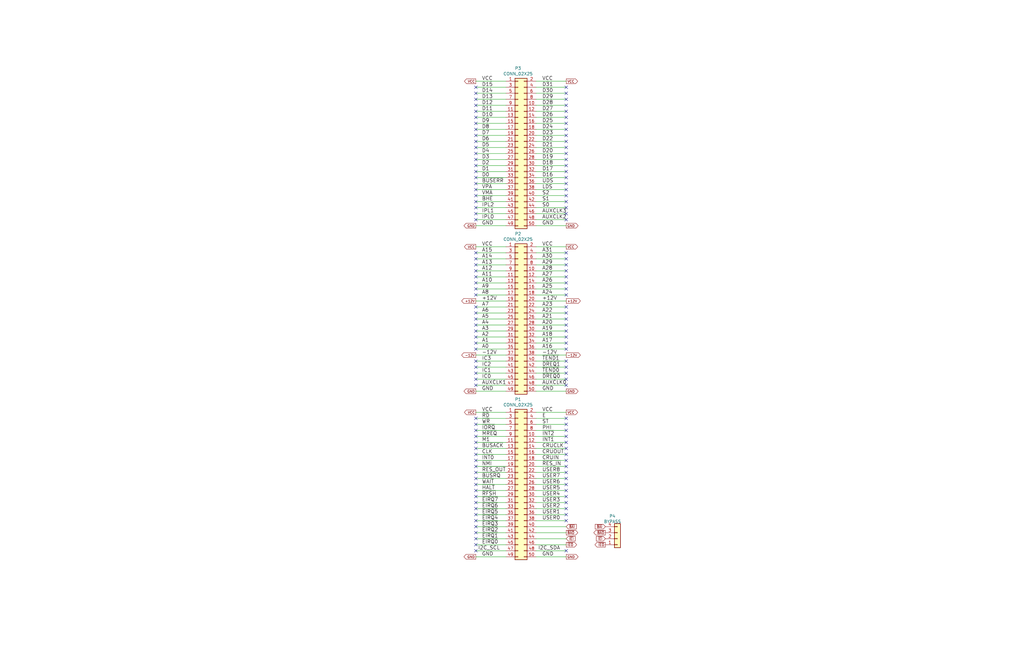
<source format=kicad_sch>
(kicad_sch (version 20211123) (generator eeschema)
  (paper "B")
  (lib_symbols
    (symbol "Connector_Generic:Conn_01x04" (pin_names (offset 1.016) hide)
      (property "Reference" "J" (at 0 5.08 0))
      (property "Value" "Conn_01x04" (at 0 -7.62 0))
      (symbol "Conn_01x04_1_1"
        (rectangle (start -1.27 -4.953) (end 0 -5.207) (stroke (width 0.1524)))
        (rectangle (start -1.27 -2.413) (end 0 -2.667) (stroke (width 0.1524)))
        (rectangle (start -1.27 0.127) (end 0 -0.127) (stroke (width 0.1524)))
        (rectangle (start -1.27 2.667) (end 0 2.413) (stroke (width 0.1524)))
        (rectangle (start -1.27 3.81) (end 1.27 -6.35) (stroke (width 0.254)) (fill (type background)))
        (pin passive line (at -5.08 2.54 0) (length 3.81) (name "Pin_1") (number "1"))
        (pin passive line (at -5.08 0 0) (length 3.81) (name "Pin_2") (number "2"))
        (pin passive line (at -5.08 -2.54 0) (length 3.81) (name "Pin_3") (number "3"))
        (pin passive line (at -5.08 -5.08 0) (length 3.81) (name "Pin_4") (number "4"))
      )
    )
    (symbol "Connector_Generic:Conn_02x25_Odd_Even" (pin_names (offset 1.016) hide)
      (property "Reference" "J" (at 1.27 33.02 0))
      (property "Value" "Conn_02x25_Odd_Even" (at 1.27 -33.02 0))
      (symbol "Conn_02x25_Odd_Even_1_1"
        (rectangle (start -1.27 -30.353) (end 0 -30.607) (stroke (width 0.1524)))
        (rectangle (start -1.27 -27.813) (end 0 -28.067) (stroke (width 0.1524)))
        (rectangle (start -1.27 -25.273) (end 0 -25.527) (stroke (width 0.1524)))
        (rectangle (start -1.27 -22.733) (end 0 -22.987) (stroke (width 0.1524)))
        (rectangle (start -1.27 -20.193) (end 0 -20.447) (stroke (width 0.1524)))
        (rectangle (start -1.27 -17.653) (end 0 -17.907) (stroke (width 0.1524)))
        (rectangle (start -1.27 -15.113) (end 0 -15.367) (stroke (width 0.1524)))
        (rectangle (start -1.27 -12.573) (end 0 -12.827) (stroke (width 0.1524)))
        (rectangle (start -1.27 -10.033) (end 0 -10.287) (stroke (width 0.1524)))
        (rectangle (start -1.27 -7.493) (end 0 -7.747) (stroke (width 0.1524)))
        (rectangle (start -1.27 -4.953) (end 0 -5.207) (stroke (width 0.1524)))
        (rectangle (start -1.27 -2.413) (end 0 -2.667) (stroke (width 0.1524)))
        (rectangle (start -1.27 0.127) (end 0 -0.127) (stroke (width 0.1524)))
        (rectangle (start -1.27 2.667) (end 0 2.413) (stroke (width 0.1524)))
        (rectangle (start -1.27 5.207) (end 0 4.953) (stroke (width 0.1524)))
        (rectangle (start -1.27 7.747) (end 0 7.493) (stroke (width 0.1524)))
        (rectangle (start -1.27 10.287) (end 0 10.033) (stroke (width 0.1524)))
        (rectangle (start -1.27 12.827) (end 0 12.573) (stroke (width 0.1524)))
        (rectangle (start -1.27 15.367) (end 0 15.113) (stroke (width 0.1524)))
        (rectangle (start -1.27 17.907) (end 0 17.653) (stroke (width 0.1524)))
        (rectangle (start -1.27 20.447) (end 0 20.193) (stroke (width 0.1524)))
        (rectangle (start -1.27 22.987) (end 0 22.733) (stroke (width 0.1524)))
        (rectangle (start -1.27 25.527) (end 0 25.273) (stroke (width 0.1524)))
        (rectangle (start -1.27 28.067) (end 0 27.813) (stroke (width 0.1524)))
        (rectangle (start -1.27 30.607) (end 0 30.353) (stroke (width 0.1524)))
        (rectangle (start -1.27 31.75) (end 3.81 -31.75) (stroke (width 0.254)) (fill (type background)))
        (rectangle (start 3.81 -30.353) (end 2.54 -30.607) (stroke (width 0.1524)))
        (rectangle (start 3.81 -27.813) (end 2.54 -28.067) (stroke (width 0.1524)))
        (rectangle (start 3.81 -25.273) (end 2.54 -25.527) (stroke (width 0.1524)))
        (rectangle (start 3.81 -22.733) (end 2.54 -22.987) (stroke (width 0.1524)))
        (rectangle (start 3.81 -20.193) (end 2.54 -20.447) (stroke (width 0.1524)))
        (rectangle (start 3.81 -17.653) (end 2.54 -17.907) (stroke (width 0.1524)))
        (rectangle (start 3.81 -15.113) (end 2.54 -15.367) (stroke (width 0.1524)))
        (rectangle (start 3.81 -12.573) (end 2.54 -12.827) (stroke (width 0.1524)))
        (rectangle (start 3.81 -10.033) (end 2.54 -10.287) (stroke (width 0.1524)))
        (rectangle (start 3.81 -7.493) (end 2.54 -7.747) (stroke (width 0.1524)))
        (rectangle (start 3.81 -4.953) (end 2.54 -5.207) (stroke (width 0.1524)))
        (rectangle (start 3.81 -2.413) (end 2.54 -2.667) (stroke (width 0.1524)))
        (rectangle (start 3.81 0.127) (end 2.54 -0.127) (stroke (width 0.1524)))
        (rectangle (start 3.81 2.667) (end 2.54 2.413) (stroke (width 0.1524)))
        (rectangle (start 3.81 5.207) (end 2.54 4.953) (stroke (width 0.1524)))
        (rectangle (start 3.81 7.747) (end 2.54 7.493) (stroke (width 0.1524)))
        (rectangle (start 3.81 10.287) (end 2.54 10.033) (stroke (width 0.1524)))
        (rectangle (start 3.81 12.827) (end 2.54 12.573) (stroke (width 0.1524)))
        (rectangle (start 3.81 15.367) (end 2.54 15.113) (stroke (width 0.1524)))
        (rectangle (start 3.81 17.907) (end 2.54 17.653) (stroke (width 0.1524)))
        (rectangle (start 3.81 20.447) (end 2.54 20.193) (stroke (width 0.1524)))
        (rectangle (start 3.81 22.987) (end 2.54 22.733) (stroke (width 0.1524)))
        (rectangle (start 3.81 25.527) (end 2.54 25.273) (stroke (width 0.1524)))
        (rectangle (start 3.81 28.067) (end 2.54 27.813) (stroke (width 0.1524)))
        (rectangle (start 3.81 30.607) (end 2.54 30.353) (stroke (width 0.1524)))
        (pin passive line (at -5.08 30.48 0) (length 3.81) (name "Pin_1") (number "1"))
        (pin passive line (at 7.62 20.32 180) (length 3.81) (name "Pin_10") (number "10"))
        (pin passive line (at -5.08 17.78 0) (length 3.81) (name "Pin_11") (number "11"))
        (pin passive line (at 7.62 17.78 180) (length 3.81) (name "Pin_12") (number "12"))
        (pin passive line (at -5.08 15.24 0) (length 3.81) (name "Pin_13") (number "13"))
        (pin passive line (at 7.62 15.24 180) (length 3.81) (name "Pin_14") (number "14"))
        (pin passive line (at -5.08 12.7 0) (length 3.81) (name "Pin_15") (number "15"))
        (pin passive line (at 7.62 12.7 180) (length 3.81) (name "Pin_16") (number "16"))
        (pin passive line (at -5.08 10.16 0) (length 3.81) (name "Pin_17") (number "17"))
        (pin passive line (at 7.62 10.16 180) (length 3.81) (name "Pin_18") (number "18"))
        (pin passive line (at -5.08 7.62 0) (length 3.81) (name "Pin_19") (number "19"))
        (pin passive line (at 7.62 30.48 180) (length 3.81) (name "Pin_2") (number "2"))
        (pin passive line (at 7.62 7.62 180) (length 3.81) (name "Pin_20") (number "20"))
        (pin passive line (at -5.08 5.08 0) (length 3.81) (name "Pin_21") (number "21"))
        (pin passive line (at 7.62 5.08 180) (length 3.81) (name "Pin_22") (number "22"))
        (pin passive line (at -5.08 2.54 0) (length 3.81) (name "Pin_23") (number "23"))
        (pin passive line (at 7.62 2.54 180) (length 3.81) (name "Pin_24") (number "24"))
        (pin passive line (at -5.08 0 0) (length 3.81) (name "Pin_25") (number "25"))
        (pin passive line (at 7.62 0 180) (length 3.81) (name "Pin_26") (number "26"))
        (pin passive line (at -5.08 -2.54 0) (length 3.81) (name "Pin_27") (number "27"))
        (pin passive line (at 7.62 -2.54 180) (length 3.81) (name "Pin_28") (number "28"))
        (pin passive line (at -5.08 -5.08 0) (length 3.81) (name "Pin_29") (number "29"))
        (pin passive line (at -5.08 27.94 0) (length 3.81) (name "Pin_3") (number "3"))
        (pin passive line (at 7.62 -5.08 180) (length 3.81) (name "Pin_30") (number "30"))
        (pin passive line (at -5.08 -7.62 0) (length 3.81) (name "Pin_31") (number "31"))
        (pin passive line (at 7.62 -7.62 180) (length 3.81) (name "Pin_32") (number "32"))
        (pin passive line (at -5.08 -10.16 0) (length 3.81) (name "Pin_33") (number "33"))
        (pin passive line (at 7.62 -10.16 180) (length 3.81) (name "Pin_34") (number "34"))
        (pin passive line (at -5.08 -12.7 0) (length 3.81) (name "Pin_35") (number "35"))
        (pin passive line (at 7.62 -12.7 180) (length 3.81) (name "Pin_36") (number "36"))
        (pin passive line (at -5.08 -15.24 0) (length 3.81) (name "Pin_37") (number "37"))
        (pin passive line (at 7.62 -15.24 180) (length 3.81) (name "Pin_38") (number "38"))
        (pin passive line (at -5.08 -17.78 0) (length 3.81) (name "Pin_39") (number "39"))
        (pin passive line (at 7.62 27.94 180) (length 3.81) (name "Pin_4") (number "4"))
        (pin passive line (at 7.62 -17.78 180) (length 3.81) (name "Pin_40") (number "40"))
        (pin passive line (at -5.08 -20.32 0) (length 3.81) (name "Pin_41") (number "41"))
        (pin passive line (at 7.62 -20.32 180) (length 3.81) (name "Pin_42") (number "42"))
        (pin passive line (at -5.08 -22.86 0) (length 3.81) (name "Pin_43") (number "43"))
        (pin passive line (at 7.62 -22.86 180) (length 3.81) (name "Pin_44") (number "44"))
        (pin passive line (at -5.08 -25.4 0) (length 3.81) (name "Pin_45") (number "45"))
        (pin passive line (at 7.62 -25.4 180) (length 3.81) (name "Pin_46") (number "46"))
        (pin passive line (at -5.08 -27.94 0) (length 3.81) (name "Pin_47") (number "47"))
        (pin passive line (at 7.62 -27.94 180) (length 3.81) (name "Pin_48") (number "48"))
        (pin passive line (at -5.08 -30.48 0) (length 3.81) (name "Pin_49") (number "49"))
        (pin passive line (at -5.08 25.4 0) (length 3.81) (name "Pin_5") (number "5"))
        (pin passive line (at 7.62 -30.48 180) (length 3.81) (name "Pin_50") (number "50"))
        (pin passive line (at 7.62 25.4 180) (length 3.81) (name "Pin_6") (number "6"))
        (pin passive line (at -5.08 22.86 0) (length 3.81) (name "Pin_7") (number "7"))
        (pin passive line (at 7.62 22.86 180) (length 3.81) (name "Pin_8") (number "8"))
        (pin passive line (at -5.08 20.32 0) (length 3.81) (name "Pin_9") (number "9"))
      )
    )
  )
  (no_connect (at 200.66 44.45))
  (no_connect (at 238.76 67.31))
  (no_connect (at 238.76 144.78))
  (no_connect (at 200.66 214.63))
  (no_connect (at 200.66 90.17))
  (no_connect (at 238.76 191.77))
  (no_connect (at 200.66 147.32))
  (no_connect (at 200.66 64.77))
  (no_connect (at 238.76 129.54))
  (no_connect (at 200.66 199.39))
  (no_connect (at 200.66 129.54))
  (no_connect (at 200.66 82.55))
  (no_connect (at 238.76 87.63))
  (no_connect (at 200.66 132.08))
  (no_connect (at 238.76 196.85))
  (no_connect (at 238.76 201.93))
  (no_connect (at 238.76 147.32))
  (no_connect (at 238.76 116.84))
  (no_connect (at 200.66 116.84))
  (no_connect (at 200.66 217.17))
  (no_connect (at 200.66 209.55))
  (no_connect (at 200.66 69.85))
  (no_connect (at 200.66 229.87))
  (no_connect (at 200.66 114.3))
  (no_connect (at 238.76 49.53))
  (no_connect (at 200.66 109.22))
  (no_connect (at 238.76 62.23))
  (no_connect (at 238.76 54.61))
  (no_connect (at 200.66 67.31))
  (no_connect (at 200.66 194.31))
  (no_connect (at 200.66 212.09))
  (no_connect (at 200.66 111.76))
  (no_connect (at 238.76 92.71))
  (no_connect (at 238.76 154.94))
  (no_connect (at 238.76 219.71))
  (no_connect (at 238.76 111.76))
  (no_connect (at 238.76 109.22))
  (no_connect (at 238.76 77.47))
  (no_connect (at 200.66 189.23))
  (no_connect (at 200.66 162.56))
  (no_connect (at 200.66 80.01))
  (no_connect (at 200.66 207.01))
  (no_connect (at 200.66 121.92))
  (no_connect (at 238.76 124.46))
  (no_connect (at 200.66 144.78))
  (no_connect (at 238.76 80.01))
  (no_connect (at 200.66 157.48))
  (no_connect (at 200.66 124.46))
  (no_connect (at 238.76 41.91))
  (no_connect (at 238.76 134.62))
  (no_connect (at 238.76 59.69))
  (no_connect (at 238.76 194.31))
  (no_connect (at 238.76 157.48))
  (no_connect (at 200.66 77.47))
  (no_connect (at 238.76 132.08))
  (no_connect (at 238.76 44.45))
  (no_connect (at 238.76 114.3))
  (no_connect (at 200.66 74.93))
  (no_connect (at 238.76 106.68))
  (no_connect (at 200.66 176.53))
  (no_connect (at 200.66 72.39))
  (no_connect (at 200.66 134.62))
  (no_connect (at 238.76 212.09))
  (no_connect (at 238.76 217.17))
  (no_connect (at 238.76 36.83))
  (no_connect (at 238.76 74.93))
  (no_connect (at 200.66 191.77))
  (no_connect (at 200.66 46.99))
  (no_connect (at 238.76 204.47))
  (no_connect (at 200.66 59.69))
  (no_connect (at 200.66 39.37))
  (no_connect (at 200.66 62.23))
  (no_connect (at 238.76 209.55))
  (no_connect (at 200.66 36.83))
  (no_connect (at 200.66 160.02))
  (no_connect (at 200.66 227.33))
  (no_connect (at 200.66 224.79))
  (no_connect (at 238.76 232.41))
  (no_connect (at 238.76 82.55))
  (no_connect (at 238.76 137.16))
  (no_connect (at 200.66 219.71))
  (no_connect (at 200.66 137.16))
  (no_connect (at 200.66 87.63))
  (no_connect (at 238.76 162.56))
  (no_connect (at 238.76 160.02))
  (no_connect (at 200.66 181.61))
  (no_connect (at 200.66 232.41))
  (no_connect (at 200.66 119.38))
  (no_connect (at 200.66 142.24))
  (no_connect (at 238.76 121.92))
  (no_connect (at 238.76 142.24))
  (no_connect (at 238.76 176.53))
  (no_connect (at 200.66 152.4))
  (no_connect (at 238.76 39.37))
  (no_connect (at 238.76 69.85))
  (no_connect (at 200.66 54.61))
  (no_connect (at 200.66 106.68))
  (no_connect (at 238.76 52.07))
  (no_connect (at 238.76 181.61))
  (no_connect (at 200.66 92.71))
  (no_connect (at 238.76 72.39))
  (no_connect (at 238.76 57.15))
  (no_connect (at 238.76 46.99))
  (no_connect (at 238.76 199.39))
  (no_connect (at 238.76 64.77))
  (no_connect (at 200.66 184.15))
  (no_connect (at 200.66 85.09))
  (no_connect (at 200.66 196.85))
  (no_connect (at 238.76 189.23))
  (no_connect (at 200.66 186.69))
  (no_connect (at 200.66 41.91))
  (no_connect (at 238.76 85.09))
  (no_connect (at 200.66 204.47))
  (no_connect (at 238.76 179.07))
  (no_connect (at 238.76 90.17))
  (no_connect (at 238.76 214.63))
  (no_connect (at 238.76 184.15))
  (no_connect (at 238.76 186.69))
  (no_connect (at 200.66 201.93))
  (no_connect (at 238.76 139.7))
  (no_connect (at 200.66 49.53))
  (no_connect (at 200.66 57.15))
  (no_connect (at 238.76 152.4))
  (no_connect (at 200.66 139.7))
  (no_connect (at 200.66 179.07))
  (no_connect (at 200.66 154.94))
  (no_connect (at 238.76 119.38))
  (no_connect (at 200.66 222.25))
  (no_connect (at 238.76 207.01))
  (no_connect (at 200.66 52.07))
  (wire (pts (xy 226.06 212.09) (xy 238.76 212.09)))
  (wire (pts (xy 226.06 124.46) (xy 238.76 124.46)))
  (wire (pts (xy 200.66 106.68) (xy 213.36 106.68)))
  (wire (pts (xy 226.06 119.38) (xy 238.76 119.38)))
  (wire (pts (xy 200.66 82.55) (xy 213.36 82.55)))
  (wire (pts (xy 238.76 179.07) (xy 226.06 179.07)))
  (wire (pts (xy 226.06 69.85) (xy 238.76 69.85)))
  (wire (pts (xy 213.36 154.94) (xy 200.66 154.94)))
  (wire (pts (xy 200.66 64.77) (xy 213.36 64.77)))
  (wire (pts (xy 226.06 54.61) (xy 238.76 54.61)))
  (wire (pts (xy 226.06 106.68) (xy 238.76 106.68)))
  (wire (pts (xy 200.66 173.99) (xy 213.36 173.99)))
  (wire (pts (xy 238.76 227.33) (xy 226.06 227.33)))
  (wire (pts (xy 200.66 69.85) (xy 213.36 69.85)))
  (wire (pts (xy 226.06 137.16) (xy 238.76 137.16)))
  (wire (pts (xy 200.66 129.54) (xy 213.36 129.54)))
  (wire (pts (xy 200.66 162.56) (xy 213.36 162.56)))
  (wire (pts (xy 226.06 199.39) (xy 238.76 199.39)))
  (wire (pts (xy 226.06 36.83) (xy 238.76 36.83)))
  (wire (pts (xy 226.06 82.55) (xy 238.76 82.55)))
  (wire (pts (xy 200.66 165.1) (xy 213.36 165.1)))
  (wire (pts (xy 238.76 184.15) (xy 226.06 184.15)))
  (wire (pts (xy 226.06 67.31) (xy 238.76 67.31)))
  (wire (pts (xy 200.66 137.16) (xy 213.36 137.16)))
  (wire (pts (xy 226.06 173.99) (xy 238.76 173.99)))
  (wire (pts (xy 200.66 127) (xy 213.36 127)))
  (wire (pts (xy 200.66 57.15) (xy 213.36 57.15)))
  (wire (pts (xy 226.06 152.4) (xy 238.76 152.4)))
  (wire (pts (xy 226.06 39.37) (xy 238.76 39.37)))
  (wire (pts (xy 238.76 189.23) (xy 226.06 189.23)))
  (wire (pts (xy 238.76 181.61) (xy 226.06 181.61)))
  (wire (pts (xy 226.06 191.77) (xy 238.76 191.77)))
  (wire (pts (xy 226.06 154.94) (xy 238.76 154.94)))
  (wire (pts (xy 200.66 124.46) (xy 213.36 124.46)))
  (wire (pts (xy 200.66 196.85) (xy 213.36 196.85)))
  (wire (pts (xy 200.66 34.29) (xy 213.36 34.29)))
  (wire (pts (xy 226.06 207.01) (xy 238.76 207.01)))
  (wire (pts (xy 226.06 114.3) (xy 238.76 114.3)))
  (wire (pts (xy 226.06 214.63) (xy 238.76 214.63)))
  (wire (pts (xy 226.06 52.07) (xy 238.76 52.07)))
  (wire (pts (xy 226.06 162.56) (xy 238.76 162.56)))
  (wire (pts (xy 200.66 214.63) (xy 213.36 214.63)))
  (wire (pts (xy 238.76 186.69) (xy 226.06 186.69)))
  (wire (pts (xy 200.66 184.15) (xy 213.36 184.15)))
  (wire (pts (xy 200.66 67.31) (xy 213.36 67.31)))
  (wire (pts (xy 200.66 179.07) (xy 213.36 179.07)))
  (wire (pts (xy 200.66 72.39) (xy 213.36 72.39)))
  (wire (pts (xy 200.66 92.71) (xy 213.36 92.71)))
  (wire (pts (xy 200.66 224.79) (xy 213.36 224.79)))
  (wire (pts (xy 200.66 132.08) (xy 213.36 132.08)))
  (wire (pts (xy 200.66 209.55) (xy 213.36 209.55)))
  (wire (pts (xy 200.66 87.63) (xy 213.36 87.63)))
  (wire (pts (xy 200.66 111.76) (xy 213.36 111.76)))
  (wire (pts (xy 226.06 142.24) (xy 238.76 142.24)))
  (wire (pts (xy 200.66 229.87) (xy 213.36 229.87)))
  (wire (pts (xy 226.06 219.71) (xy 238.76 219.71)))
  (wire (pts (xy 200.66 80.01) (xy 213.36 80.01)))
  (wire (pts (xy 200.66 77.47) (xy 213.36 77.47)))
  (wire (pts (xy 238.76 229.87) (xy 226.06 229.87)))
  (wire (pts (xy 226.06 139.7) (xy 238.76 139.7)))
  (wire (pts (xy 226.06 134.62) (xy 238.76 134.62)))
  (wire (pts (xy 200.66 116.84) (xy 213.36 116.84)))
  (wire (pts (xy 200.66 194.31) (xy 213.36 194.31)))
  (wire (pts (xy 226.06 34.29) (xy 238.76 34.29)))
  (wire (pts (xy 238.76 222.25) (xy 226.06 222.25)))
  (wire (pts (xy 226.06 116.84) (xy 238.76 116.84)))
  (wire (pts (xy 200.66 207.01) (xy 213.36 207.01)))
  (wire (pts (xy 226.06 121.92) (xy 238.76 121.92)))
  (wire (pts (xy 200.66 186.69) (xy 213.36 186.69)))
  (wire (pts (xy 226.06 104.14) (xy 238.76 104.14)))
  (wire (pts (xy 200.66 199.39) (xy 213.36 199.39)))
  (wire (pts (xy 226.06 149.86) (xy 238.76 149.86)))
  (wire (pts (xy 200.66 46.99) (xy 213.36 46.99)))
  (wire (pts (xy 200.66 149.86) (xy 213.36 149.86)))
  (wire (pts (xy 200.66 90.17) (xy 213.36 90.17)))
  (wire (pts (xy 226.06 147.32) (xy 238.76 147.32)))
  (wire (pts (xy 200.66 121.92) (xy 213.36 121.92)))
  (wire (pts (xy 200.66 119.38) (xy 213.36 119.38)))
  (wire (pts (xy 226.06 165.1) (xy 238.76 165.1)))
  (wire (pts (xy 200.66 74.93) (xy 213.36 74.93)))
  (wire (pts (xy 200.66 142.24) (xy 213.36 142.24)))
  (wire (pts (xy 226.06 201.93) (xy 238.76 201.93)))
  (wire (pts (xy 200.66 85.09) (xy 213.36 85.09)))
  (wire (pts (xy 226.06 62.23) (xy 238.76 62.23)))
  (wire (pts (xy 213.36 157.48) (xy 200.66 157.48)))
  (wire (pts (xy 226.06 127) (xy 238.76 127)))
  (wire (pts (xy 200.66 181.61) (xy 213.36 181.61)))
  (wire (pts (xy 226.06 157.48) (xy 238.76 157.48)))
  (wire (pts (xy 200.66 39.37) (xy 213.36 39.37)))
  (wire (pts (xy 200.66 52.07) (xy 213.36 52.07)))
  (wire (pts (xy 200.66 49.53) (xy 213.36 49.53)))
  (wire (pts (xy 200.66 219.71) (xy 213.36 219.71)))
  (wire (pts (xy 226.06 46.99) (xy 238.76 46.99)))
  (wire (pts (xy 226.06 77.47) (xy 238.76 77.47)))
  (wire (pts (xy 200.66 44.45) (xy 213.36 44.45)))
  (wire (pts (xy 238.76 224.79) (xy 226.06 224.79)))
  (wire (pts (xy 226.06 44.45) (xy 238.76 44.45)))
  (wire (pts (xy 200.66 59.69) (xy 213.36 59.69)))
  (wire (pts (xy 200.66 95.25) (xy 213.36 95.25)))
  (wire (pts (xy 226.06 109.22) (xy 238.76 109.22)))
  (wire (pts (xy 226.06 85.09) (xy 238.76 85.09)))
  (wire (pts (xy 226.06 234.95) (xy 238.76 234.95)))
  (wire (pts (xy 226.06 80.01) (xy 238.76 80.01)))
  (wire (pts (xy 226.06 87.63) (xy 238.76 87.63)))
  (wire (pts (xy 226.06 95.25) (xy 238.76 95.25)))
  (wire (pts (xy 200.66 134.62) (xy 213.36 134.62)))
  (wire (pts (xy 226.06 144.78) (xy 238.76 144.78)))
  (wire (pts (xy 226.06 41.91) (xy 238.76 41.91)))
  (wire (pts (xy 200.66 114.3) (xy 213.36 114.3)))
  (wire (pts (xy 200.66 147.32) (xy 213.36 147.32)))
  (wire (pts (xy 213.36 160.02) (xy 200.66 160.02)))
  (wire (pts (xy 200.66 217.17) (xy 213.36 217.17)))
  (wire (pts (xy 226.06 196.85) (xy 238.76 196.85)))
  (wire (pts (xy 226.06 74.93) (xy 238.76 74.93)))
  (wire (pts (xy 226.06 194.31) (xy 238.76 194.31)))
  (wire (pts (xy 238.76 176.53) (xy 226.06 176.53)))
  (wire (pts (xy 226.06 209.55) (xy 238.76 209.55)))
  (wire (pts (xy 226.06 59.69) (xy 238.76 59.69)))
  (wire (pts (xy 226.06 129.54) (xy 238.76 129.54)))
  (wire (pts (xy 200.66 189.23) (xy 213.36 189.23)))
  (wire (pts (xy 238.76 90.17) (xy 226.06 90.17)))
  (wire (pts (xy 213.36 232.41) (xy 200.66 232.41)))
  (wire (pts (xy 200.66 62.23) (xy 213.36 62.23)))
  (wire (pts (xy 226.06 217.17) (xy 238.76 217.17)))
  (wire (pts (xy 200.66 41.91) (xy 213.36 41.91)))
  (wire (pts (xy 238.76 232.41) (xy 226.06 232.41)))
  (wire (pts (xy 200.66 204.47) (xy 213.36 204.47)))
  (wire (pts (xy 200.66 201.93) (xy 213.36 201.93)))
  (wire (pts (xy 226.06 111.76) (xy 238.76 111.76)))
  (wire (pts (xy 213.36 152.4) (xy 200.66 152.4)))
  (wire (pts (xy 226.06 49.53) (xy 238.76 49.53)))
  (wire (pts (xy 226.06 72.39) (xy 238.76 72.39)))
  (wire (pts (xy 200.66 191.77) (xy 213.36 191.77)))
  (wire (pts (xy 226.06 204.47) (xy 238.76 204.47)))
  (wire (pts (xy 200.66 139.7) (xy 213.36 139.7)))
  (wire (pts (xy 200.66 54.61) (xy 213.36 54.61)))
  (wire (pts (xy 200.66 222.25) (xy 213.36 222.25)))
  (wire (pts (xy 200.66 104.14) (xy 213.36 104.14)))
  (wire (pts (xy 200.66 212.09) (xy 213.36 212.09)))
  (wire (pts (xy 226.06 57.15) (xy 238.76 57.15)))
  (wire (pts (xy 200.66 227.33) (xy 213.36 227.33)))
  (wire (pts (xy 200.66 109.22) (xy 213.36 109.22)))
  (wire (pts (xy 226.06 64.77) (xy 238.76 64.77)))
  (wire (pts (xy 226.06 132.08) (xy 238.76 132.08)))
  (wire (pts (xy 200.66 234.95) (xy 213.36 234.95)))
  (wire (pts (xy 200.66 176.53) (xy 213.36 176.53)))
  (wire (pts (xy 226.06 160.02) (xy 238.76 160.02)))
  (wire (pts (xy 200.66 36.83) (xy 213.36 36.83)))
  (wire (pts (xy 200.66 144.78) (xy 213.36 144.78)))
  (wire (pts (xy 226.06 92.71) (xy 238.76 92.71)))
  (label "A15" (at 203.2 106.68 0) (effects (font (size 1.524 1.524))))
  (label "D21" (at 228.6 62.23 0) (effects (font (size 1.524 1.524))))
  (label "GND" (at 203.2 95.25 0) (effects (font (size 1.524 1.524))))
  (label "~{EIRQ3}" (at 203.2 222.25 0) (effects (font (size 1.524 1.524))))
  (label "IPL1" (at 203.2 90.17 0) (effects (font (size 1.524 1.524))))
  (label "UDS" (at 228.6 77.47 0) (effects (font (size 1.524 1.524))))
  (label "~{DREQ1}" (at 228.6 154.94 0) (effects (font (size 1.524 1.524))))
  (label "GND" (at 228.6 95.25 0) (effects (font (size 1.524 1.524))))
  (label "~{EIRQ7}" (at 203.2 212.09 0) (effects (font (size 1.524 1.524))))
  (label "A25" (at 228.6 121.92 0) (effects (font (size 1.524 1.524))))
  (label "USER7" (at 228.6 201.93 0) (effects (font (size 1.524 1.524))))
  (label "~{RES_OUT}" (at 203.2 199.39 0) (effects (font (size 1.524 1.524))))
  (label "A21" (at 228.6 134.62 0) (effects (font (size 1.524 1.524))))
  (label "CRUIN" (at 228.6 194.31 0) (effects (font (size 1.524 1.524))))
  (label "AUXCLK0" (at 228.6 162.56 0) (effects (font (size 1.524 1.524))))
  (label "IC0" (at 203.2 160.02 0) (effects (font (size 1.524 1.524))))
  (label "A4" (at 203.2 137.16 0) (effects (font (size 1.524 1.524))))
  (label "A0" (at 203.2 147.32 0) (effects (font (size 1.524 1.524))))
  (label "S0" (at 228.6 87.63 0) (effects (font (size 1.524 1.524))))
  (label "D1" (at 203.2 72.39 0) (effects (font (size 1.524 1.524))))
  (label "D26" (at 228.6 49.53 0) (effects (font (size 1.524 1.524))))
  (label "LDS" (at 228.6 80.01 0) (effects (font (size 1.524 1.524))))
  (label "A7" (at 203.2 129.54 0) (effects (font (size 1.524 1.524))))
  (label "E" (at 228.6 176.53 0) (effects (font (size 1.524 1.524))))
  (label "A2" (at 203.2 142.24 0) (effects (font (size 1.524 1.524))))
  (label "~{EIRQ4}" (at 203.2 219.71 0) (effects (font (size 1.524 1.524))))
  (label "IC3" (at 203.2 152.4 0) (effects (font (size 1.524 1.524))))
  (label "A26" (at 228.6 119.38 0) (effects (font (size 1.524 1.524))))
  (label "D23" (at 228.6 57.15 0) (effects (font (size 1.524 1.524))))
  (label "D19" (at 228.6 67.31 0) (effects (font (size 1.524 1.524))))
  (label "A28" (at 228.6 114.3 0) (effects (font (size 1.524 1.524))))
  (label "~{VMA}" (at 203.2 82.55 0) (effects (font (size 1.524 1.524))))
  (label "VCC" (at 228.6 173.99 0) (effects (font (size 1.524 1.524))))
  (label "A24" (at 228.6 124.46 0) (effects (font (size 1.524 1.524))))
  (label "A16" (at 228.6 147.32 0) (effects (font (size 1.524 1.524))))
  (label "A22" (at 228.6 132.08 0) (effects (font (size 1.524 1.524))))
  (label "USER0" (at 228.6 219.71 0) (effects (font (size 1.524 1.524))))
  (label "IC1" (at 203.2 157.48 0) (effects (font (size 1.524 1.524))))
  (label "A8" (at 203.2 124.46 0) (effects (font (size 1.524 1.524))))
  (label "D0" (at 203.2 74.93 0) (effects (font (size 1.524 1.524))))
  (label "A18" (at 228.6 142.24 0) (effects (font (size 1.524 1.524))))
  (label "D16" (at 228.6 74.93 0) (effects (font (size 1.524 1.524))))
  (label "A23" (at 228.6 129.54 0) (effects (font (size 1.524 1.524))))
  (label "D8" (at 203.2 54.61 0) (effects (font (size 1.524 1.524))))
  (label "~{EIRQ2}" (at 203.2 224.79 0) (effects (font (size 1.524 1.524))))
  (label "GND" (at 228.6 234.95 0) (effects (font (size 1.524 1.524))))
  (label "D22" (at 228.6 59.69 0) (effects (font (size 1.524 1.524))))
  (label "A14" (at 203.2 109.22 0) (effects (font (size 1.524 1.524))))
  (label "VCC" (at 203.2 34.29 0) (effects (font (size 1.524 1.524))))
  (label "AUXCLK2" (at 228.6 92.71 0) (effects (font (size 1.524 1.524))))
  (label "A20" (at 228.6 137.16 0) (effects (font (size 1.524 1.524))))
  (label "~{EIRQ5}" (at 203.2 217.17 0) (effects (font (size 1.524 1.524))))
  (label "USER6" (at 228.6 204.47 0) (effects (font (size 1.524 1.524))))
  (label "D4" (at 203.2 64.77 0) (effects (font (size 1.524 1.524))))
  (label "~{EIRQ6}" (at 203.2 214.63 0) (effects (font (size 1.524 1.524))))
  (label "~{EIRQ0}" (at 203.2 229.87 0) (effects (font (size 1.524 1.524))))
  (label "~{WAIT}" (at 203.2 204.47 0) (effects (font (size 1.524 1.524))))
  (label "D7" (at 203.2 57.15 0) (effects (font (size 1.524 1.524))))
  (label "A5" (at 203.2 134.62 0) (effects (font (size 1.524 1.524))))
  (label "D11" (at 203.2 46.99 0) (effects (font (size 1.524 1.524))))
  (label "CRUCLK" (at 228.6 189.23 0) (effects (font (size 1.524 1.524))))
  (label "~{RD}" (at 203.2 176.53 0) (effects (font (size 1.524 1.524))))
  (label "D25" (at 228.6 52.07 0) (effects (font (size 1.524 1.524))))
  (label "~{BUSERR}" (at 203.2 77.47 0) (effects (font (size 1.524 1.524))))
  (label "A9" (at 203.2 121.92 0) (effects (font (size 1.524 1.524))))
  (label "GND" (at 203.2 234.95 0) (effects (font (size 1.524 1.524))))
  (label "D2" (at 203.2 69.85 0) (effects (font (size 1.524 1.524))))
  (label "-12V" (at 228.6 149.86 0) (effects (font (size 1.524 1.524))))
  (label "D12" (at 203.2 44.45 0) (effects (font (size 1.524 1.524))))
  (label "D9" (at 203.2 52.07 0) (effects (font (size 1.524 1.524))))
  (label "D10" (at 203.2 49.53 0) (effects (font (size 1.524 1.524))))
  (label "D31" (at 228.6 36.83 0) (effects (font (size 1.524 1.524))))
  (label "VCC" (at 203.2 104.14 0) (effects (font (size 1.524 1.524))))
  (label "USER3" (at 228.6 212.09 0) (effects (font (size 1.524 1.524))))
  (label "-12V" (at 203.2 149.86 0) (effects (font (size 1.524 1.524))))
  (label "D5" (at 203.2 62.23 0) (effects (font (size 1.524 1.524))))
  (label "A6" (at 203.2 132.08 0) (effects (font (size 1.524 1.524))))
  (label "IPL0" (at 203.2 92.71 0) (effects (font (size 1.524 1.524))))
  (label "A19" (at 228.6 139.7 0) (effects (font (size 1.524 1.524))))
  (label "USER4" (at 228.6 209.55 0) (effects (font (size 1.524 1.524))))
  (label "~{HALT}" (at 203.2 207.01 0) (effects (font (size 1.524 1.524))))
  (label "VCC" (at 203.2 173.99 0) (effects (font (size 1.524 1.524))))
  (label "~{RFSH}" (at 203.2 209.55 0) (effects (font (size 1.524 1.524))))
  (label "AUXCLK1" (at 203.2 162.56 0) (effects (font (size 1.524 1.524))))
  (label "I2C_SCL" (at 210.82 232.41 180) (effects (font (size 1.524 1.524))))
  (label "D17" (at 228.6 72.39 0) (effects (font (size 1.524 1.524))))
  (label "~{M1}" (at 203.2 186.69 0) (effects (font (size 1.524 1.524))))
  (label "~{BUSACK}" (at 203.2 189.23 0) (effects (font (size 1.524 1.524))))
  (label "D30" (at 228.6 39.37 0) (effects (font (size 1.524 1.524))))
  (label "~{INT1}" (at 228.6 186.69 0) (effects (font (size 1.524 1.524))))
  (label "D14" (at 203.2 39.37 0) (effects (font (size 1.524 1.524))))
  (label "~{EIRQ1}" (at 203.2 227.33 0) (effects (font (size 1.524 1.524))))
  (label "S1" (at 228.6 85.09 0) (effects (font (size 1.524 1.524))))
  (label "I2C_SDA" (at 236.22 232.41 180) (effects (font (size 1.524 1.524))))
  (label "~{MREQ}" (at 203.2 184.15 0) (effects (font (size 1.524 1.524))))
  (label "D15" (at 203.2 36.83 0) (effects (font (size 1.524 1.524))))
  (label "CRUOUT" (at 228.6 191.77 0) (effects (font (size 1.524 1.524))))
  (label "D27" (at 228.6 46.99 0) (effects (font (size 1.524 1.524))))
  (label "ST" (at 228.6 179.07 0) (effects (font (size 1.524 1.524))))
  (label "CLK" (at 203.2 191.77 0) (effects (font (size 1.524 1.524))))
  (label "~{IORQ}" (at 203.2 181.61 0) (effects (font (size 1.524 1.524))))
  (label "~{VPA}" (at 203.2 80.01 0) (effects (font (size 1.524 1.524))))
  (label "~{BUSRQ}" (at 203.2 201.93 0) (effects (font (size 1.524 1.524))))
  (label "A12" (at 203.2 114.3 0) (effects (font (size 1.524 1.524))))
  (label "D20" (at 228.6 64.77 0) (effects (font (size 1.524 1.524))))
  (label "~{DREQ0}" (at 228.6 160.02 0) (effects (font (size 1.524 1.524))))
  (label "+12V" (at 228.6 127 0) (effects (font (size 1.524 1.524))))
  (label "A11" (at 203.2 116.84 0) (effects (font (size 1.524 1.524))))
  (label "AUXCLK3" (at 228.6 90.17 0) (effects (font (size 1.524 1.524))))
  (label "S2" (at 228.6 82.55 0) (effects (font (size 1.524 1.524))))
  (label "A13" (at 203.2 111.76 0) (effects (font (size 1.524 1.524))))
  (label "D18" (at 228.6 69.85 0) (effects (font (size 1.524 1.524))))
  (label "USER5" (at 228.6 207.01 0) (effects (font (size 1.524 1.524))))
  (label "VCC" (at 228.6 104.14 0) (effects (font (size 1.524 1.524))))
  (label "+12V" (at 203.2 127 0) (effects (font (size 1.524 1.524))))
  (label "D29" (at 228.6 41.91 0) (effects (font (size 1.524 1.524))))
  (label "A10" (at 203.2 119.38 0) (effects (font (size 1.524 1.524))))
  (label "GND" (at 228.6 165.1 0) (effects (font (size 1.524 1.524))))
  (label "USER1" (at 228.6 217.17 0) (effects (font (size 1.524 1.524))))
  (label "A31" (at 228.6 106.68 0) (effects (font (size 1.524 1.524))))
  (label "D6" (at 203.2 59.69 0) (effects (font (size 1.524 1.524))))
  (label "A17" (at 228.6 144.78 0) (effects (font (size 1.524 1.524))))
  (label "~{WR}" (at 203.2 179.07 0) (effects (font (size 1.524 1.524))))
  (label "~{INT0}" (at 203.2 194.31 0) (effects (font (size 1.524 1.524))))
  (label "D3" (at 203.2 67.31 0) (effects (font (size 1.524 1.524))))
  (label "~{TEND0}" (at 228.6 157.48 0) (effects (font (size 1.524 1.524))))
  (label "IPL2" (at 203.2 87.63 0) (effects (font (size 1.524 1.524))))
  (label "~{NMI}" (at 203.2 196.85 0) (effects (font (size 1.524 1.524))))
  (label "~{RES_IN}" (at 228.6 196.85 0) (effects (font (size 1.524 1.524))))
  (label "D24" (at 228.6 54.61 0) (effects (font (size 1.524 1.524))))
  (label "VCC" (at 228.6 34.29 0) (effects (font (size 1.524 1.524))))
  (label "IC2" (at 203.2 154.94 0) (effects (font (size 1.524 1.524))))
  (label "D28" (at 228.6 44.45 0) (effects (font (size 1.524 1.524))))
  (label "PHI" (at 228.6 181.61 0) (effects (font (size 1.524 1.524))))
  (label "A30" (at 228.6 109.22 0) (effects (font (size 1.524 1.524))))
  (label "~{TEND1}" (at 228.6 152.4 0) (effects (font (size 1.524 1.524))))
  (label "USER8" (at 228.6 199.39 0) (effects (font (size 1.524 1.524))))
  (label "A27" (at 228.6 116.84 0) (effects (font (size 1.524 1.524))))
  (label "A3" (at 203.2 139.7 0) (effects (font (size 1.524 1.524))))
  (label "~{BHE}" (at 203.2 85.09 0) (effects (font (size 1.524 1.524))))
  (label "A1" (at 203.2 144.78 0) (effects (font (size 1.524 1.524))))
  (label "~{INT2}" (at 228.6 184.15 0) (effects (font (size 1.524 1.524))))
  (label "USER2" (at 228.6 214.63 0) (effects (font (size 1.524 1.524))))
  (label "A29" (at 228.6 111.76 0) (effects (font (size 1.524 1.524))))
  (label "GND" (at 203.2 165.1 0) (effects (font (size 1.524 1.524))))
  (label "D13" (at 203.2 41.91 0) (effects (font (size 1.524 1.524))))
  (global_label "VCC" (shape output) (at 238.76 173.99 0) (effects (font (size 1.016 1.016))) (property "Intersheet References" "${INTERSHEET_REFS}" (effects hide)))
  (global_label "GND" (shape output) (at 238.76 165.1 0) (effects (font (size 1.016 1.016))) (property "Intersheet References" "${INTERSHEET_REFS}" (effects hide)))
  (global_label "VCC" (shape output) (at 200.66 104.14 180) (effects (font (size 1.016 1.016))) (property "Intersheet References" "${INTERSHEET_REFS}" (effects hide)))
  (global_label "~{IEO}" (shape output) (at 255.27 229.87 180) (effects (font (size 1.016 1.016))) (property "Intersheet References" "${INTERSHEET_REFS}" (effects hide)))
  (global_label "~{BAI}" (shape input) (at 238.76 222.25 0) (effects (font (size 1.016 1.016))) (property "Intersheet References" "${INTERSHEET_REFS}" (effects hide)))
  (global_label "VCC" (shape output) (at 200.66 173.99 180) (effects (font (size 1.016 1.016))) (property "Intersheet References" "${INTERSHEET_REFS}" (effects hide)))
  (global_label "VCC" (shape output) (at 238.76 104.14 0) (effects (font (size 1.016 1.016))) (property "Intersheet References" "${INTERSHEET_REFS}" (effects hide)))
  (global_label "-12V" (shape output) (at 200.66 149.86 180) (effects (font (size 1.016 1.016))) (property "Intersheet References" "${INTERSHEET_REFS}" (effects hide)))
  (global_label "GND" (shape output) (at 200.66 234.95 180) (effects (font (size 1.016 1.016))) (property "Intersheet References" "${INTERSHEET_REFS}" (effects hide)))
  (global_label "~{BAO}" (shape output) (at 238.76 224.79 0) (effects (font (size 1.016 1.016))) (property "Intersheet References" "${INTERSHEET_REFS}" (effects hide)))
  (global_label "+12V" (shape output) (at 200.66 127 180) (effects (font (size 1.016 1.016))) (property "Intersheet References" "${INTERSHEET_REFS}" (effects hide)))
  (global_label "~{IEI}" (shape input) (at 238.76 227.33 0) (effects (font (size 1.016 1.016))) (property "Intersheet References" "${INTERSHEET_REFS}" (effects hide)))
  (global_label "GND" (shape output) (at 200.66 165.1 180) (effects (font (size 1.016 1.016))) (property "Intersheet References" "${INTERSHEET_REFS}" (effects hide)))
  (global_label "GND" (shape output) (at 238.76 234.95 0) (effects (font (size 1.016 1.016))) (property "Intersheet References" "${INTERSHEET_REFS}" (effects hide)))
  (global_label "~{IEI}" (shape input) (at 255.27 227.33 180) (effects (font (size 1.016 1.016))) (property "Intersheet References" "${INTERSHEET_REFS}" (effects hide)))
  (global_label "~{BAI}" (shape input) (at 255.27 222.25 180) (effects (font (size 1.016 1.016))) (property "Intersheet References" "${INTERSHEET_REFS}" (effects hide)))
  (global_label "GND" (shape output) (at 238.76 95.25 0) (effects (font (size 1.016 1.016))) (property "Intersheet References" "${INTERSHEET_REFS}" (effects hide)))
  (global_label "~{IEO}" (shape output) (at 238.76 229.87 0) (effects (font (size 1.016 1.016))) (property "Intersheet References" "${INTERSHEET_REFS}" (effects hide)))
  (global_label "-12V" (shape output) (at 238.76 149.86 0) (effects (font (size 1.016 1.016))) (property "Intersheet References" "${INTERSHEET_REFS}" (effects hide)))
  (global_label "VCC" (shape output) (at 238.76 34.29 0) (effects (font (size 1.016 1.016))) (property "Intersheet References" "${INTERSHEET_REFS}" (effects hide)))
  (global_label "~{BAO}" (shape output) (at 255.27 224.79 180) (effects (font (size 1.016 1.016))) (property "Intersheet References" "${INTERSHEET_REFS}" (effects hide)))
  (global_label "GND" (shape output) (at 200.66 95.25 180) (effects (font (size 1.016 1.016))) (property "Intersheet References" "${INTERSHEET_REFS}" (effects hide)))
  (global_label "+12V" (shape output) (at 238.76 127 0) (effects (font (size 1.016 1.016))) (property "Intersheet References" "${INTERSHEET_REFS}" (effects hide)))
  (global_label "VCC" (shape output) (at 200.66 34.29 180) (effects (font (size 1.016 1.016))) (property "Intersheet References" "${INTERSHEET_REFS}" (effects hide)))
  (symbol (lib_id "Connector_Generic:Conn_01x04") (at 260.35 227.33 0) (mirror x) (unit 1)
    (property "Reference" "P4" (at 258.2418 217.805 0))
    (property "Value" "BYPASS" (at 258.2418 220.1164 0))
    (property "Footprint" "Connector_PinHeader_2.54mm:PinHeader_1x04_P2.54mm_Vertical" (effects hide))
  )
  (symbol (lib_id "Connector_Generic:Conn_02x25_Odd_Even") (at 218.44 204.47 0) (unit 1)
    (property "Reference" "P1" (at 218.44 168.529 0))
    (property "Value" "CONN_02X25" (at 218.44 170.8404 0))
    (property "Footprint" "Connector_IDC:IDC-Header_2x25_P2.54mm_Horizontal" (effects hide))
  )
  (symbol (lib_id "Connector_Generic:Conn_02x25_Odd_Even") (at 218.44 134.62 0) (unit 1)
    (property "Reference" "P2" (at 218.44 98.679 0))
    (property "Value" "CONN_02X25" (at 218.44 100.9904 0))
    (property "Footprint" "Connector_IDC:IDC-Header_2x25_P2.54mm_Horizontal" (effects hide))
  )
  (symbol (lib_id "Connector_Generic:Conn_02x25_Odd_Even") (at 218.44 64.77 0) (unit 1)
    (property "Reference" "P3" (at 218.44 28.829 0))
    (property "Value" "CONN_02X25" (at 218.44 31.1404 0))
    (property "Footprint" "Connector_IDC:IDC-Header_2x25_P2.54mm_Horizontal" (effects hide))
  )
)
</source>
